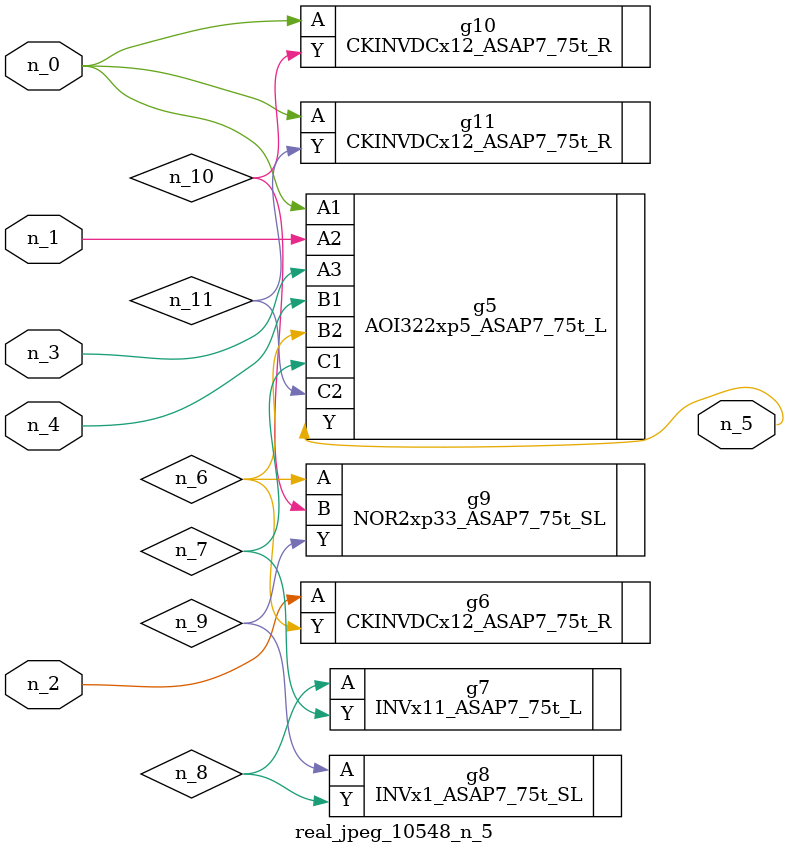
<source format=v>
module real_jpeg_10548_n_5 (n_4, n_0, n_1, n_2, n_3, n_5);

input n_4;
input n_0;
input n_1;
input n_2;
input n_3;

output n_5;

wire n_8;
wire n_11;
wire n_6;
wire n_7;
wire n_10;
wire n_9;

AOI322xp5_ASAP7_75t_L g5 ( 
.A1(n_0),
.A2(n_1),
.A3(n_3),
.B1(n_4),
.B2(n_6),
.C1(n_7),
.C2(n_11),
.Y(n_5)
);

CKINVDCx12_ASAP7_75t_R g10 ( 
.A(n_0),
.Y(n_10)
);

CKINVDCx12_ASAP7_75t_R g11 ( 
.A(n_0),
.Y(n_11)
);

CKINVDCx12_ASAP7_75t_R g6 ( 
.A(n_2),
.Y(n_6)
);

NOR2xp33_ASAP7_75t_SL g9 ( 
.A(n_6),
.B(n_10),
.Y(n_9)
);

INVx11_ASAP7_75t_L g7 ( 
.A(n_8),
.Y(n_7)
);

INVx1_ASAP7_75t_SL g8 ( 
.A(n_9),
.Y(n_8)
);


endmodule
</source>
